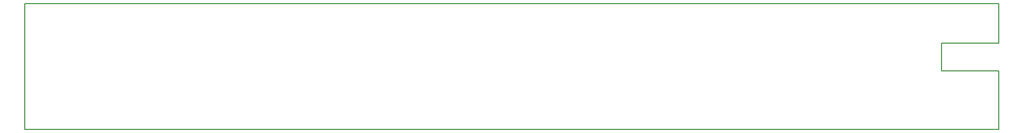
<source format=gm1>
G04 #@! TF.GenerationSoftware,KiCad,Pcbnew,(6.0.10)*
G04 #@! TF.CreationDate,2022-12-27T09:49:49+02:00*
G04 #@! TF.ProjectId,dock_rs232,646f636b-5f72-4733-9233-322e6b696361,rev?*
G04 #@! TF.SameCoordinates,Original*
G04 #@! TF.FileFunction,Profile,NP*
%FSLAX46Y46*%
G04 Gerber Fmt 4.6, Leading zero omitted, Abs format (unit mm)*
G04 Created by KiCad (PCBNEW (6.0.10)) date 2022-12-27 09:49:49*
%MOMM*%
%LPD*%
G01*
G04 APERTURE LIST*
G04 #@! TA.AperFunction,Profile*
%ADD10C,0.200000*%
G04 #@! TD*
G04 APERTURE END LIST*
D10*
X364655919Y-103667354D02*
X364655919Y-106017354D01*
X374105919Y-94917354D02*
X374105919Y-96117354D01*
X374105919Y-115617354D02*
X374105919Y-106017354D01*
X364655919Y-101417354D02*
X374105919Y-101417354D01*
X364655919Y-103667354D02*
X364655919Y-101417354D01*
X364655919Y-106017354D02*
X374105919Y-106017354D01*
X374105919Y-96117354D02*
X374105919Y-101417354D01*
X214105919Y-94917354D02*
X374105919Y-94917354D01*
X374105919Y-115617354D02*
X214105919Y-115617354D01*
X214105919Y-115617354D02*
X214105919Y-94917354D01*
M02*

</source>
